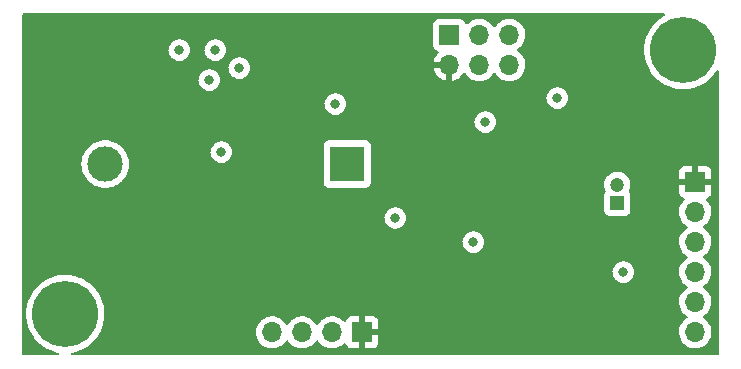
<source format=gbr>
%TF.GenerationSoftware,KiCad,Pcbnew,(6.0.1)*%
%TF.CreationDate,2022-03-15T19:27:33-04:00*%
%TF.ProjectId,Main-Board,4d61696e-2d42-46f6-9172-642e6b696361,rev?*%
%TF.SameCoordinates,Original*%
%TF.FileFunction,Copper,L2,Inr*%
%TF.FilePolarity,Positive*%
%FSLAX46Y46*%
G04 Gerber Fmt 4.6, Leading zero omitted, Abs format (unit mm)*
G04 Created by KiCad (PCBNEW (6.0.1)) date 2022-03-15 19:27:33*
%MOMM*%
%LPD*%
G01*
G04 APERTURE LIST*
%TA.AperFunction,ComponentPad*%
%ADD10R,1.700000X1.700000*%
%TD*%
%TA.AperFunction,ComponentPad*%
%ADD11O,1.700000X1.700000*%
%TD*%
%TA.AperFunction,ComponentPad*%
%ADD12C,5.600000*%
%TD*%
%TA.AperFunction,ComponentPad*%
%ADD13R,3.000000X3.000000*%
%TD*%
%TA.AperFunction,ComponentPad*%
%ADD14C,3.000000*%
%TD*%
%TA.AperFunction,ComponentPad*%
%ADD15R,1.200000X1.200000*%
%TD*%
%TA.AperFunction,ComponentPad*%
%ADD16C,1.200000*%
%TD*%
%TA.AperFunction,ViaPad*%
%ADD17C,0.800000*%
%TD*%
G04 APERTURE END LIST*
D10*
%TO.N,+3V3*%
%TO.C,J1*%
X157480000Y-114808000D03*
D11*
%TO.N,/MISO*%
X157480000Y-117348000D03*
%TO.N,/MOSI*%
X157480000Y-119888000D03*
%TO.N,/SCK*%
X157480000Y-122428000D03*
%TO.N,/~{SS}*%
X157480000Y-124968000D03*
%TO.N,GND*%
X157480000Y-127508000D03*
%TD*%
D12*
%TO.N,GND*%
%TO.C,REF\u002A\u002A*%
X104140000Y-125984000D03*
%TD*%
%TO.N,GND*%
%TO.C,REF\u002A\u002A*%
X156464000Y-103632000D03*
%TD*%
D10*
%TO.N,Net-(J2-Pad1)*%
%TO.C,J2*%
X136652000Y-102357000D03*
D11*
%TO.N,+3V3*%
X136652000Y-104897000D03*
%TO.N,unconnected-(J2-Pad3)*%
X139192000Y-102357000D03*
%TO.N,unconnected-(J2-Pad4)*%
X139192000Y-104897000D03*
%TO.N,unconnected-(J2-Pad5)*%
X141732000Y-102357000D03*
%TO.N,GND*%
X141732000Y-104897000D03*
%TD*%
D13*
%TO.N,Net-(BT1-Pad1)*%
%TO.C,BT1*%
X128016000Y-113284000D03*
D14*
%TO.N,GND*%
X107526000Y-113284000D03*
%TD*%
D15*
%TO.N,+1V8*%
%TO.C,C7*%
X150876000Y-116546600D03*
D16*
%TO.N,GND*%
X150876000Y-115046600D03*
%TD*%
D10*
%TO.N,+3V3*%
%TO.C,J3*%
X129276000Y-127533000D03*
D11*
%TO.N,/SDA*%
X126736000Y-127533000D03*
%TO.N,/SCL*%
X124196000Y-127533000D03*
%TO.N,GND*%
X121656000Y-127533000D03*
%TD*%
D17*
%TO.N,GND*%
X127000000Y-108204000D03*
X145796000Y-107696000D03*
X151384000Y-122428000D03*
X132080000Y-117856000D03*
X138684000Y-119888000D03*
X139700000Y-109728000D03*
%TO.N,+3V3*%
X135128000Y-122936000D03*
X113284000Y-125476000D03*
X127000000Y-109728000D03*
X140716000Y-108712000D03*
X146308299Y-121416299D03*
%TO.N,/MISO*%
X118872000Y-105156000D03*
%TO.N,/MOSI*%
X116332000Y-106172000D03*
%TO.N,/SCK*%
X116840000Y-103632000D03*
%TO.N,/~{SS}*%
X113792000Y-103632000D03*
%TO.N,Current Sense*%
X117348000Y-112268000D03*
%TD*%
%TA.AperFunction,Conductor*%
%TO.N,+3V3*%
G36*
X154853519Y-100528002D02*
G01*
X154900012Y-100581658D01*
X154910116Y-100651932D01*
X154880622Y-100716512D01*
X154850104Y-100742116D01*
X154611193Y-100885101D01*
X154608467Y-100887163D01*
X154608465Y-100887164D01*
X154459410Y-100999894D01*
X154325367Y-101101270D01*
X154322882Y-101103612D01*
X154322877Y-101103616D01*
X154286010Y-101138358D01*
X154064559Y-101347043D01*
X154062347Y-101349633D01*
X154062345Y-101349635D01*
X154028481Y-101389285D01*
X153831819Y-101619546D01*
X153829900Y-101622358D01*
X153829897Y-101622363D01*
X153808279Y-101654054D01*
X153629871Y-101915591D01*
X153461077Y-102231714D01*
X153327411Y-102564218D01*
X153326491Y-102567492D01*
X153326489Y-102567497D01*
X153243300Y-102863453D01*
X153230437Y-102909213D01*
X153229875Y-102912570D01*
X153229875Y-102912571D01*
X153214471Y-103004625D01*
X153171290Y-103262663D01*
X153150661Y-103620434D01*
X153168792Y-103978340D01*
X153169329Y-103981695D01*
X153169330Y-103981701D01*
X153198406Y-104163226D01*
X153225470Y-104332195D01*
X153320033Y-104677859D01*
X153451374Y-105011288D01*
X153452957Y-105014303D01*
X153607821Y-105309275D01*
X153617957Y-105328582D01*
X153619858Y-105331411D01*
X153619864Y-105331421D01*
X153771352Y-105556857D01*
X153817834Y-105626029D01*
X154048665Y-105900150D01*
X154307751Y-106147738D01*
X154592061Y-106365897D01*
X154624056Y-106385350D01*
X154895355Y-106550303D01*
X154895360Y-106550306D01*
X154898270Y-106552075D01*
X154901358Y-106553521D01*
X154901357Y-106553521D01*
X155219710Y-106702649D01*
X155219720Y-106702653D01*
X155222794Y-106704093D01*
X155226012Y-106705195D01*
X155226015Y-106705196D01*
X155558615Y-106819071D01*
X155558623Y-106819073D01*
X155561838Y-106820174D01*
X155911435Y-106898959D01*
X155963421Y-106904882D01*
X156264114Y-106939142D01*
X156264122Y-106939142D01*
X156267497Y-106939527D01*
X156270901Y-106939545D01*
X156270904Y-106939545D01*
X156465227Y-106940562D01*
X156625857Y-106941403D01*
X156629243Y-106941053D01*
X156629245Y-106941053D01*
X156978932Y-106904917D01*
X156978941Y-106904916D01*
X156982324Y-106904566D01*
X156985657Y-106903852D01*
X156985660Y-106903851D01*
X157214699Y-106854749D01*
X157332727Y-106829446D01*
X157672968Y-106716922D01*
X157999066Y-106568311D01*
X158093052Y-106512506D01*
X158304262Y-106387099D01*
X158304267Y-106387096D01*
X158307207Y-106385350D01*
X158593786Y-106170180D01*
X158855451Y-105925319D01*
X159089140Y-105653630D01*
X159262160Y-105401884D01*
X159317228Y-105357073D01*
X159387781Y-105349148D01*
X159451419Y-105380625D01*
X159487936Y-105441510D01*
X159492000Y-105473251D01*
X159492000Y-129366000D01*
X159471998Y-129434121D01*
X159418342Y-129480614D01*
X159366000Y-129492000D01*
X104748953Y-129492000D01*
X104680832Y-129471998D01*
X104634339Y-129418342D01*
X104624235Y-129348068D01*
X104653729Y-129283488D01*
X104713455Y-129245104D01*
X104722541Y-129242799D01*
X105008727Y-129181446D01*
X105348968Y-129068922D01*
X105675066Y-128920311D01*
X105806906Y-128842030D01*
X105980262Y-128739099D01*
X105980267Y-128739096D01*
X105983207Y-128737350D01*
X105986696Y-128734731D01*
X106205391Y-128570529D01*
X106269786Y-128522180D01*
X106531451Y-128277319D01*
X106765140Y-128005630D01*
X106902950Y-127805115D01*
X106966190Y-127713101D01*
X106966195Y-127713094D01*
X106968120Y-127710292D01*
X106969732Y-127707298D01*
X106969737Y-127707290D01*
X107081515Y-127499695D01*
X120293251Y-127499695D01*
X120293548Y-127504848D01*
X120293548Y-127504851D01*
X120304960Y-127702767D01*
X120306110Y-127722715D01*
X120307247Y-127727761D01*
X120307248Y-127727767D01*
X120321485Y-127790939D01*
X120355222Y-127940639D01*
X120439266Y-128147616D01*
X120477542Y-128210077D01*
X120553291Y-128333688D01*
X120555987Y-128338088D01*
X120702250Y-128506938D01*
X120874126Y-128649632D01*
X121067000Y-128762338D01*
X121071825Y-128764180D01*
X121071826Y-128764181D01*
X121144612Y-128791975D01*
X121275692Y-128842030D01*
X121280760Y-128843061D01*
X121280763Y-128843062D01*
X121388017Y-128864883D01*
X121494597Y-128886567D01*
X121499772Y-128886757D01*
X121499774Y-128886757D01*
X121712673Y-128894564D01*
X121712677Y-128894564D01*
X121717837Y-128894753D01*
X121722957Y-128894097D01*
X121722959Y-128894097D01*
X121934288Y-128867025D01*
X121934289Y-128867025D01*
X121939416Y-128866368D01*
X121954785Y-128861757D01*
X122148429Y-128803661D01*
X122148434Y-128803659D01*
X122153384Y-128802174D01*
X122353994Y-128703896D01*
X122535860Y-128574173D01*
X122694096Y-128416489D01*
X122753594Y-128333689D01*
X122824453Y-128235077D01*
X122825776Y-128236028D01*
X122872645Y-128192857D01*
X122942580Y-128180625D01*
X123008026Y-128208144D01*
X123035875Y-128239994D01*
X123095987Y-128338088D01*
X123242250Y-128506938D01*
X123414126Y-128649632D01*
X123607000Y-128762338D01*
X123611825Y-128764180D01*
X123611826Y-128764181D01*
X123684612Y-128791975D01*
X123815692Y-128842030D01*
X123820760Y-128843061D01*
X123820763Y-128843062D01*
X123928017Y-128864883D01*
X124034597Y-128886567D01*
X124039772Y-128886757D01*
X124039774Y-128886757D01*
X124252673Y-128894564D01*
X124252677Y-128894564D01*
X124257837Y-128894753D01*
X124262957Y-128894097D01*
X124262959Y-128894097D01*
X124474288Y-128867025D01*
X124474289Y-128867025D01*
X124479416Y-128866368D01*
X124494785Y-128861757D01*
X124688429Y-128803661D01*
X124688434Y-128803659D01*
X124693384Y-128802174D01*
X124893994Y-128703896D01*
X125075860Y-128574173D01*
X125234096Y-128416489D01*
X125293594Y-128333689D01*
X125364453Y-128235077D01*
X125365776Y-128236028D01*
X125412645Y-128192857D01*
X125482580Y-128180625D01*
X125548026Y-128208144D01*
X125575875Y-128239994D01*
X125635987Y-128338088D01*
X125782250Y-128506938D01*
X125954126Y-128649632D01*
X126147000Y-128762338D01*
X126151825Y-128764180D01*
X126151826Y-128764181D01*
X126224612Y-128791975D01*
X126355692Y-128842030D01*
X126360760Y-128843061D01*
X126360763Y-128843062D01*
X126468017Y-128864883D01*
X126574597Y-128886567D01*
X126579772Y-128886757D01*
X126579774Y-128886757D01*
X126792673Y-128894564D01*
X126792677Y-128894564D01*
X126797837Y-128894753D01*
X126802957Y-128894097D01*
X126802959Y-128894097D01*
X127014288Y-128867025D01*
X127014289Y-128867025D01*
X127019416Y-128866368D01*
X127034785Y-128861757D01*
X127228429Y-128803661D01*
X127228434Y-128803659D01*
X127233384Y-128802174D01*
X127433994Y-128703896D01*
X127615860Y-128574173D01*
X127683331Y-128506938D01*
X127724479Y-128465933D01*
X127786851Y-128432017D01*
X127857658Y-128437205D01*
X127914419Y-128479851D01*
X127931401Y-128510954D01*
X127972676Y-128621054D01*
X127981214Y-128636649D01*
X128057715Y-128738724D01*
X128070276Y-128751285D01*
X128172351Y-128827786D01*
X128187946Y-128836324D01*
X128308394Y-128881478D01*
X128323649Y-128885105D01*
X128374514Y-128890631D01*
X128381328Y-128891000D01*
X129003885Y-128891000D01*
X129019124Y-128886525D01*
X129020329Y-128885135D01*
X129022000Y-128877452D01*
X129022000Y-128872884D01*
X129530000Y-128872884D01*
X129534475Y-128888123D01*
X129535865Y-128889328D01*
X129543548Y-128890999D01*
X130170669Y-128890999D01*
X130177490Y-128890629D01*
X130228352Y-128885105D01*
X130243604Y-128881479D01*
X130364054Y-128836324D01*
X130379649Y-128827786D01*
X130481724Y-128751285D01*
X130494285Y-128738724D01*
X130570786Y-128636649D01*
X130579324Y-128621054D01*
X130624478Y-128500606D01*
X130628105Y-128485351D01*
X130633631Y-128434486D01*
X130634000Y-128427672D01*
X130634000Y-127805115D01*
X130629525Y-127789876D01*
X130628135Y-127788671D01*
X130620452Y-127787000D01*
X129548115Y-127787000D01*
X129532876Y-127791475D01*
X129531671Y-127792865D01*
X129530000Y-127800548D01*
X129530000Y-128872884D01*
X129022000Y-128872884D01*
X129022000Y-127474695D01*
X156117251Y-127474695D01*
X156117548Y-127479848D01*
X156117548Y-127479851D01*
X156123011Y-127574590D01*
X156130110Y-127697715D01*
X156131247Y-127702761D01*
X156131248Y-127702767D01*
X156150608Y-127788671D01*
X156179222Y-127915639D01*
X156263266Y-128122616D01*
X156379987Y-128313088D01*
X156526250Y-128481938D01*
X156698126Y-128624632D01*
X156891000Y-128737338D01*
X157099692Y-128817030D01*
X157104760Y-128818061D01*
X157104763Y-128818062D01*
X157194524Y-128836324D01*
X157318597Y-128861567D01*
X157323772Y-128861757D01*
X157323774Y-128861757D01*
X157536673Y-128869564D01*
X157536677Y-128869564D01*
X157541837Y-128869753D01*
X157546957Y-128869097D01*
X157546959Y-128869097D01*
X157758288Y-128842025D01*
X157758289Y-128842025D01*
X157763416Y-128841368D01*
X157768366Y-128839883D01*
X157972429Y-128778661D01*
X157972434Y-128778659D01*
X157977384Y-128777174D01*
X158177994Y-128678896D01*
X158359860Y-128549173D01*
X158384897Y-128524224D01*
X158514435Y-128395137D01*
X158518096Y-128391489D01*
X158553665Y-128341990D01*
X158645435Y-128214277D01*
X158648453Y-128210077D01*
X158677147Y-128152020D01*
X158745136Y-128014453D01*
X158745137Y-128014451D01*
X158747430Y-128009811D01*
X158779900Y-127902940D01*
X158810865Y-127801023D01*
X158810865Y-127801021D01*
X158812370Y-127796069D01*
X158841529Y-127574590D01*
X158843156Y-127508000D01*
X158824852Y-127285361D01*
X158770431Y-127068702D01*
X158681354Y-126863840D01*
X158578995Y-126705617D01*
X158562822Y-126680617D01*
X158562820Y-126680614D01*
X158560014Y-126676277D01*
X158409670Y-126511051D01*
X158405619Y-126507852D01*
X158405615Y-126507848D01*
X158238414Y-126375800D01*
X158238410Y-126375798D01*
X158234359Y-126372598D01*
X158193053Y-126349796D01*
X158143084Y-126299364D01*
X158128312Y-126229921D01*
X158153428Y-126163516D01*
X158180780Y-126136909D01*
X158224603Y-126105650D01*
X158359860Y-126009173D01*
X158363721Y-126005326D01*
X158514435Y-125855137D01*
X158518096Y-125851489D01*
X158577594Y-125768689D01*
X158645435Y-125674277D01*
X158648453Y-125670077D01*
X158670159Y-125626159D01*
X158745136Y-125474453D01*
X158745137Y-125474451D01*
X158747430Y-125469811D01*
X158812370Y-125256069D01*
X158841529Y-125034590D01*
X158843156Y-124968000D01*
X158824852Y-124745361D01*
X158770431Y-124528702D01*
X158681354Y-124323840D01*
X158560014Y-124136277D01*
X158409670Y-123971051D01*
X158405619Y-123967852D01*
X158405615Y-123967848D01*
X158238414Y-123835800D01*
X158238410Y-123835798D01*
X158234359Y-123832598D01*
X158193053Y-123809796D01*
X158143084Y-123759364D01*
X158128312Y-123689921D01*
X158153428Y-123623516D01*
X158180780Y-123596909D01*
X158224603Y-123565650D01*
X158359860Y-123469173D01*
X158365964Y-123463091D01*
X158514435Y-123315137D01*
X158518096Y-123311489D01*
X158527670Y-123298166D01*
X158645435Y-123134277D01*
X158648453Y-123130077D01*
X158658006Y-123110749D01*
X158745136Y-122934453D01*
X158745137Y-122934451D01*
X158747430Y-122929811D01*
X158812370Y-122716069D01*
X158841529Y-122494590D01*
X158843156Y-122428000D01*
X158824852Y-122205361D01*
X158770431Y-121988702D01*
X158681354Y-121783840D01*
X158641906Y-121722862D01*
X158562822Y-121600617D01*
X158562820Y-121600614D01*
X158560014Y-121596277D01*
X158409670Y-121431051D01*
X158405619Y-121427852D01*
X158405615Y-121427848D01*
X158238414Y-121295800D01*
X158238410Y-121295798D01*
X158234359Y-121292598D01*
X158193053Y-121269796D01*
X158143084Y-121219364D01*
X158128312Y-121149921D01*
X158153428Y-121083516D01*
X158180780Y-121056909D01*
X158224603Y-121025650D01*
X158359860Y-120929173D01*
X158518096Y-120771489D01*
X158527670Y-120758166D01*
X158645435Y-120594277D01*
X158648453Y-120590077D01*
X158658006Y-120570749D01*
X158745136Y-120394453D01*
X158745137Y-120394451D01*
X158747430Y-120389811D01*
X158812370Y-120176069D01*
X158841529Y-119954590D01*
X158843156Y-119888000D01*
X158824852Y-119665361D01*
X158770431Y-119448702D01*
X158681354Y-119243840D01*
X158641906Y-119182862D01*
X158562822Y-119060617D01*
X158562820Y-119060614D01*
X158560014Y-119056277D01*
X158409670Y-118891051D01*
X158405619Y-118887852D01*
X158405615Y-118887848D01*
X158238414Y-118755800D01*
X158238410Y-118755798D01*
X158234359Y-118752598D01*
X158193053Y-118729796D01*
X158143084Y-118679364D01*
X158128312Y-118609921D01*
X158153428Y-118543516D01*
X158180780Y-118516909D01*
X158224603Y-118485650D01*
X158359860Y-118389173D01*
X158518096Y-118231489D01*
X158577594Y-118148689D01*
X158645435Y-118054277D01*
X158648453Y-118050077D01*
X158747430Y-117849811D01*
X158812370Y-117636069D01*
X158841529Y-117414590D01*
X158841611Y-117411240D01*
X158843074Y-117351365D01*
X158843074Y-117351361D01*
X158843156Y-117348000D01*
X158824852Y-117125361D01*
X158770431Y-116908702D01*
X158681354Y-116703840D01*
X158560014Y-116516277D01*
X158556540Y-116512459D01*
X158556533Y-116512450D01*
X158412435Y-116354088D01*
X158381383Y-116290242D01*
X158389779Y-116219744D01*
X158434956Y-116164976D01*
X158461400Y-116151307D01*
X158568052Y-116111325D01*
X158583649Y-116102786D01*
X158685724Y-116026285D01*
X158698285Y-116013724D01*
X158774786Y-115911649D01*
X158783324Y-115896054D01*
X158828478Y-115775606D01*
X158832105Y-115760351D01*
X158837631Y-115709486D01*
X158838000Y-115702672D01*
X158838000Y-115080115D01*
X158833525Y-115064876D01*
X158832135Y-115063671D01*
X158824452Y-115062000D01*
X156140116Y-115062000D01*
X156124877Y-115066475D01*
X156123672Y-115067865D01*
X156122001Y-115075548D01*
X156122001Y-115702669D01*
X156122371Y-115709490D01*
X156127895Y-115760352D01*
X156131521Y-115775604D01*
X156176676Y-115896054D01*
X156185214Y-115911649D01*
X156261715Y-116013724D01*
X156274276Y-116026285D01*
X156376351Y-116102786D01*
X156391946Y-116111324D01*
X156500827Y-116152142D01*
X156557591Y-116194784D01*
X156582291Y-116261345D01*
X156567083Y-116330694D01*
X156547691Y-116357175D01*
X156424200Y-116486401D01*
X156420629Y-116490138D01*
X156294743Y-116674680D01*
X156200688Y-116877305D01*
X156140989Y-117092570D01*
X156117251Y-117314695D01*
X156117548Y-117319848D01*
X156117548Y-117319851D01*
X156123011Y-117414590D01*
X156130110Y-117537715D01*
X156131247Y-117542761D01*
X156131248Y-117542767D01*
X156142305Y-117591829D01*
X156179222Y-117755639D01*
X156263266Y-117962616D01*
X156379987Y-118153088D01*
X156526250Y-118321938D01*
X156698126Y-118464632D01*
X156768595Y-118505811D01*
X156771445Y-118507476D01*
X156820169Y-118559114D01*
X156833240Y-118628897D01*
X156806509Y-118694669D01*
X156766055Y-118728027D01*
X156753607Y-118734507D01*
X156749474Y-118737610D01*
X156749471Y-118737612D01*
X156725247Y-118755800D01*
X156574965Y-118868635D01*
X156420629Y-119030138D01*
X156294743Y-119214680D01*
X156200688Y-119417305D01*
X156140989Y-119632570D01*
X156117251Y-119854695D01*
X156117548Y-119859848D01*
X156117548Y-119859851D01*
X156123011Y-119954590D01*
X156130110Y-120077715D01*
X156131247Y-120082761D01*
X156131248Y-120082767D01*
X156151119Y-120170939D01*
X156179222Y-120295639D01*
X156263266Y-120502616D01*
X156265965Y-120507020D01*
X156373072Y-120681803D01*
X156379987Y-120693088D01*
X156526250Y-120861938D01*
X156698126Y-121004632D01*
X156768595Y-121045811D01*
X156771445Y-121047476D01*
X156820169Y-121099114D01*
X156833240Y-121168897D01*
X156806509Y-121234669D01*
X156766055Y-121268027D01*
X156753607Y-121274507D01*
X156749474Y-121277610D01*
X156749471Y-121277612D01*
X156725247Y-121295800D01*
X156574965Y-121408635D01*
X156420629Y-121570138D01*
X156294743Y-121754680D01*
X156200688Y-121957305D01*
X156140989Y-122172570D01*
X156117251Y-122394695D01*
X156117548Y-122399848D01*
X156117548Y-122399851D01*
X156123011Y-122494590D01*
X156130110Y-122617715D01*
X156131247Y-122622761D01*
X156131248Y-122622767D01*
X156143061Y-122675182D01*
X156179222Y-122835639D01*
X156263266Y-123042616D01*
X156272107Y-123057043D01*
X156373072Y-123221803D01*
X156379987Y-123233088D01*
X156526250Y-123401938D01*
X156698126Y-123544632D01*
X156768595Y-123585811D01*
X156771445Y-123587476D01*
X156820169Y-123639114D01*
X156833240Y-123708897D01*
X156806509Y-123774669D01*
X156766055Y-123808027D01*
X156753607Y-123814507D01*
X156749474Y-123817610D01*
X156749471Y-123817612D01*
X156725247Y-123835800D01*
X156574965Y-123948635D01*
X156420629Y-124110138D01*
X156294743Y-124294680D01*
X156200688Y-124497305D01*
X156140989Y-124712570D01*
X156117251Y-124934695D01*
X156117548Y-124939848D01*
X156117548Y-124939851D01*
X156123011Y-125034590D01*
X156130110Y-125157715D01*
X156131247Y-125162761D01*
X156131248Y-125162767D01*
X156151119Y-125250939D01*
X156179222Y-125375639D01*
X156263266Y-125582616D01*
X156379987Y-125773088D01*
X156526250Y-125941938D01*
X156698126Y-126084632D01*
X156768595Y-126125811D01*
X156771445Y-126127476D01*
X156820169Y-126179114D01*
X156833240Y-126248897D01*
X156806509Y-126314669D01*
X156766055Y-126348027D01*
X156753607Y-126354507D01*
X156749474Y-126357610D01*
X156749471Y-126357612D01*
X156633153Y-126444946D01*
X156574965Y-126488635D01*
X156549894Y-126514870D01*
X156447922Y-126621578D01*
X156420629Y-126650138D01*
X156417715Y-126654410D01*
X156417714Y-126654411D01*
X156332556Y-126779249D01*
X156294743Y-126834680D01*
X156200688Y-127037305D01*
X156140989Y-127252570D01*
X156117251Y-127474695D01*
X129022000Y-127474695D01*
X129022000Y-127260885D01*
X129530000Y-127260885D01*
X129534475Y-127276124D01*
X129535865Y-127277329D01*
X129543548Y-127279000D01*
X130615884Y-127279000D01*
X130631123Y-127274525D01*
X130632328Y-127273135D01*
X130633999Y-127265452D01*
X130633999Y-126638331D01*
X130633629Y-126631510D01*
X130628105Y-126580648D01*
X130624479Y-126565396D01*
X130579324Y-126444946D01*
X130570786Y-126429351D01*
X130494285Y-126327276D01*
X130481724Y-126314715D01*
X130379649Y-126238214D01*
X130364054Y-126229676D01*
X130243606Y-126184522D01*
X130228351Y-126180895D01*
X130177486Y-126175369D01*
X130170672Y-126175000D01*
X129548115Y-126175000D01*
X129532876Y-126179475D01*
X129531671Y-126180865D01*
X129530000Y-126188548D01*
X129530000Y-127260885D01*
X129022000Y-127260885D01*
X129022000Y-126193116D01*
X129017525Y-126177877D01*
X129016135Y-126176672D01*
X129008452Y-126175001D01*
X128381331Y-126175001D01*
X128374510Y-126175371D01*
X128323648Y-126180895D01*
X128308396Y-126184521D01*
X128187946Y-126229676D01*
X128172351Y-126238214D01*
X128070276Y-126314715D01*
X128057715Y-126327276D01*
X127981214Y-126429351D01*
X127972676Y-126444946D01*
X127931297Y-126555322D01*
X127888655Y-126612087D01*
X127822093Y-126636786D01*
X127752744Y-126621578D01*
X127720121Y-126595891D01*
X127669151Y-126539876D01*
X127669145Y-126539870D01*
X127665670Y-126536051D01*
X127661619Y-126532852D01*
X127661615Y-126532848D01*
X127494414Y-126400800D01*
X127494410Y-126400798D01*
X127490359Y-126397598D01*
X127294789Y-126289638D01*
X127289920Y-126287914D01*
X127289916Y-126287912D01*
X127089087Y-126216795D01*
X127089083Y-126216794D01*
X127084212Y-126215069D01*
X127079119Y-126214162D01*
X127079116Y-126214161D01*
X126869373Y-126176800D01*
X126869367Y-126176799D01*
X126864284Y-126175894D01*
X126790452Y-126174992D01*
X126646081Y-126173228D01*
X126646079Y-126173228D01*
X126640911Y-126173165D01*
X126420091Y-126206955D01*
X126207756Y-126276357D01*
X126177443Y-126292137D01*
X126031376Y-126368175D01*
X126009607Y-126379507D01*
X126005474Y-126382610D01*
X126005471Y-126382612D01*
X125835100Y-126510530D01*
X125830965Y-126513635D01*
X125791128Y-126555322D01*
X125700520Y-126650138D01*
X125676629Y-126675138D01*
X125569201Y-126832621D01*
X125514293Y-126877621D01*
X125443768Y-126885792D01*
X125380021Y-126854538D01*
X125359324Y-126830054D01*
X125278822Y-126705617D01*
X125278820Y-126705614D01*
X125276014Y-126701277D01*
X125125670Y-126536051D01*
X125121619Y-126532852D01*
X125121615Y-126532848D01*
X124954414Y-126400800D01*
X124954410Y-126400798D01*
X124950359Y-126397598D01*
X124754789Y-126289638D01*
X124749920Y-126287914D01*
X124749916Y-126287912D01*
X124549087Y-126216795D01*
X124549083Y-126216794D01*
X124544212Y-126215069D01*
X124539119Y-126214162D01*
X124539116Y-126214161D01*
X124329373Y-126176800D01*
X124329367Y-126176799D01*
X124324284Y-126175894D01*
X124250452Y-126174992D01*
X124106081Y-126173228D01*
X124106079Y-126173228D01*
X124100911Y-126173165D01*
X123880091Y-126206955D01*
X123667756Y-126276357D01*
X123637443Y-126292137D01*
X123491376Y-126368175D01*
X123469607Y-126379507D01*
X123465474Y-126382610D01*
X123465471Y-126382612D01*
X123295100Y-126510530D01*
X123290965Y-126513635D01*
X123251128Y-126555322D01*
X123160520Y-126650138D01*
X123136629Y-126675138D01*
X123029201Y-126832621D01*
X122974293Y-126877621D01*
X122903768Y-126885792D01*
X122840021Y-126854538D01*
X122819324Y-126830054D01*
X122738822Y-126705617D01*
X122738820Y-126705614D01*
X122736014Y-126701277D01*
X122585670Y-126536051D01*
X122581619Y-126532852D01*
X122581615Y-126532848D01*
X122414414Y-126400800D01*
X122414410Y-126400798D01*
X122410359Y-126397598D01*
X122214789Y-126289638D01*
X122209920Y-126287914D01*
X122209916Y-126287912D01*
X122009087Y-126216795D01*
X122009083Y-126216794D01*
X122004212Y-126215069D01*
X121999119Y-126214162D01*
X121999116Y-126214161D01*
X121789373Y-126176800D01*
X121789367Y-126176799D01*
X121784284Y-126175894D01*
X121710452Y-126174992D01*
X121566081Y-126173228D01*
X121566079Y-126173228D01*
X121560911Y-126173165D01*
X121340091Y-126206955D01*
X121127756Y-126276357D01*
X121097443Y-126292137D01*
X120951376Y-126368175D01*
X120929607Y-126379507D01*
X120925474Y-126382610D01*
X120925471Y-126382612D01*
X120755100Y-126510530D01*
X120750965Y-126513635D01*
X120711128Y-126555322D01*
X120620520Y-126650138D01*
X120596629Y-126675138D01*
X120470743Y-126859680D01*
X120423715Y-126960993D01*
X120388293Y-127037305D01*
X120376688Y-127062305D01*
X120316989Y-127277570D01*
X120293251Y-127499695D01*
X107081515Y-127499695D01*
X107136395Y-127397772D01*
X107138017Y-127394760D01*
X107272842Y-127062724D01*
X107283142Y-127026568D01*
X107303527Y-126955006D01*
X107371020Y-126718070D01*
X107373149Y-126705617D01*
X107430829Y-126368175D01*
X107430829Y-126368173D01*
X107431401Y-126364828D01*
X107431843Y-126357612D01*
X107453168Y-126008928D01*
X107453278Y-126007131D01*
X107453359Y-125984000D01*
X107433979Y-125626159D01*
X107376066Y-125272505D01*
X107280297Y-124927173D01*
X107277243Y-124919497D01*
X107149052Y-124597369D01*
X107147793Y-124594205D01*
X107002340Y-124319492D01*
X106981702Y-124280513D01*
X106981698Y-124280506D01*
X106980103Y-124277494D01*
X106779190Y-123980746D01*
X106547403Y-123707432D01*
X106287454Y-123460750D01*
X106002384Y-123243585D01*
X105999472Y-123241828D01*
X105999467Y-123241825D01*
X105698443Y-123060236D01*
X105698437Y-123060233D01*
X105695528Y-123058478D01*
X105428340Y-122934453D01*
X105373571Y-122909030D01*
X105373569Y-122909029D01*
X105370475Y-122907593D01*
X105157895Y-122835639D01*
X105034255Y-122793789D01*
X105034250Y-122793788D01*
X105031028Y-122792697D01*
X104832681Y-122748724D01*
X104684493Y-122715871D01*
X104684487Y-122715870D01*
X104681158Y-122715132D01*
X104677769Y-122714758D01*
X104677764Y-122714757D01*
X104328338Y-122676180D01*
X104328333Y-122676180D01*
X104324957Y-122675807D01*
X104321558Y-122675801D01*
X104321557Y-122675801D01*
X104152080Y-122675505D01*
X103966592Y-122675182D01*
X103853413Y-122687277D01*
X103613639Y-122712901D01*
X103613631Y-122712902D01*
X103610256Y-122713263D01*
X103260117Y-122789606D01*
X102920271Y-122903317D01*
X102917178Y-122904739D01*
X102917177Y-122904740D01*
X102910974Y-122907593D01*
X102594694Y-123053066D01*
X102591760Y-123054822D01*
X102591758Y-123054823D01*
X102466018Y-123130077D01*
X102287193Y-123237101D01*
X102284467Y-123239163D01*
X102284465Y-123239164D01*
X102188835Y-123311489D01*
X102001367Y-123453270D01*
X101998882Y-123455612D01*
X101998877Y-123455616D01*
X101907923Y-123541327D01*
X101740559Y-123699043D01*
X101507819Y-123971546D01*
X101505900Y-123974358D01*
X101505897Y-123974363D01*
X101415827Y-124106401D01*
X101305871Y-124267591D01*
X101137077Y-124583714D01*
X101003411Y-124916218D01*
X101002491Y-124919492D01*
X101002489Y-124919497D01*
X100909325Y-125250939D01*
X100906437Y-125261213D01*
X100847290Y-125614663D01*
X100826661Y-125972434D01*
X100826833Y-125975829D01*
X100826833Y-125975830D01*
X100839705Y-126229921D01*
X100844792Y-126330340D01*
X100845329Y-126333695D01*
X100845330Y-126333701D01*
X100873737Y-126511051D01*
X100901470Y-126684195D01*
X100996033Y-127029859D01*
X101081799Y-127247588D01*
X101106526Y-127310361D01*
X101127374Y-127363288D01*
X101158151Y-127421909D01*
X101201589Y-127504646D01*
X101293957Y-127680582D01*
X101295858Y-127683411D01*
X101295864Y-127683421D01*
X101465320Y-127935596D01*
X101493834Y-127978029D01*
X101724665Y-128252150D01*
X101983751Y-128499738D01*
X102268061Y-128717897D01*
X102302932Y-128739099D01*
X102571355Y-128902303D01*
X102571360Y-128902306D01*
X102574270Y-128904075D01*
X102577358Y-128905521D01*
X102577357Y-128905521D01*
X102895710Y-129054649D01*
X102895720Y-129054653D01*
X102898794Y-129056093D01*
X102902012Y-129057195D01*
X102902015Y-129057196D01*
X103234615Y-129171071D01*
X103234623Y-129171073D01*
X103237838Y-129172174D01*
X103241166Y-129172924D01*
X103552486Y-129243083D01*
X103614542Y-129277571D01*
X103648102Y-129340136D01*
X103642509Y-129410912D01*
X103599540Y-129467428D01*
X103532836Y-129491743D01*
X103524785Y-129492000D01*
X100634000Y-129492000D01*
X100565879Y-129471998D01*
X100519386Y-129418342D01*
X100508000Y-129366000D01*
X100508000Y-122428000D01*
X150470496Y-122428000D01*
X150471186Y-122434565D01*
X150477844Y-122497908D01*
X150490458Y-122617928D01*
X150549473Y-122799556D01*
X150552776Y-122805278D01*
X150552777Y-122805279D01*
X150573069Y-122840425D01*
X150644960Y-122964944D01*
X150649378Y-122969851D01*
X150649379Y-122969852D01*
X150724305Y-123053066D01*
X150772747Y-123106866D01*
X150927248Y-123219118D01*
X150933276Y-123221802D01*
X150933278Y-123221803D01*
X150986833Y-123245647D01*
X151101712Y-123296794D01*
X151188009Y-123315137D01*
X151282056Y-123335128D01*
X151282061Y-123335128D01*
X151288513Y-123336500D01*
X151479487Y-123336500D01*
X151485939Y-123335128D01*
X151485944Y-123335128D01*
X151579991Y-123315137D01*
X151666288Y-123296794D01*
X151781167Y-123245647D01*
X151834722Y-123221803D01*
X151834724Y-123221802D01*
X151840752Y-123219118D01*
X151995253Y-123106866D01*
X152043695Y-123053066D01*
X152118621Y-122969852D01*
X152118622Y-122969851D01*
X152123040Y-122964944D01*
X152194931Y-122840425D01*
X152215223Y-122805279D01*
X152215224Y-122805278D01*
X152218527Y-122799556D01*
X152277542Y-122617928D01*
X152290157Y-122497908D01*
X152296814Y-122434565D01*
X152297504Y-122428000D01*
X152277542Y-122238072D01*
X152218527Y-122056444D01*
X152123040Y-121891056D01*
X152026503Y-121783840D01*
X151999675Y-121754045D01*
X151999674Y-121754044D01*
X151995253Y-121749134D01*
X151840752Y-121636882D01*
X151834724Y-121634198D01*
X151834722Y-121634197D01*
X151672319Y-121561891D01*
X151672318Y-121561891D01*
X151666288Y-121559206D01*
X151572887Y-121539353D01*
X151485944Y-121520872D01*
X151485939Y-121520872D01*
X151479487Y-121519500D01*
X151288513Y-121519500D01*
X151282061Y-121520872D01*
X151282056Y-121520872D01*
X151195113Y-121539353D01*
X151101712Y-121559206D01*
X151095682Y-121561891D01*
X151095681Y-121561891D01*
X150933278Y-121634197D01*
X150933276Y-121634198D01*
X150927248Y-121636882D01*
X150772747Y-121749134D01*
X150768326Y-121754044D01*
X150768325Y-121754045D01*
X150741498Y-121783840D01*
X150644960Y-121891056D01*
X150549473Y-122056444D01*
X150490458Y-122238072D01*
X150470496Y-122428000D01*
X100508000Y-122428000D01*
X100508000Y-119888000D01*
X137770496Y-119888000D01*
X137771186Y-119894565D01*
X137777844Y-119957908D01*
X137790458Y-120077928D01*
X137849473Y-120259556D01*
X137852776Y-120265278D01*
X137852777Y-120265279D01*
X137873069Y-120300425D01*
X137944960Y-120424944D01*
X138072747Y-120566866D01*
X138227248Y-120679118D01*
X138233276Y-120681802D01*
X138233278Y-120681803D01*
X138258625Y-120693088D01*
X138401712Y-120756794D01*
X138488009Y-120775137D01*
X138582056Y-120795128D01*
X138582061Y-120795128D01*
X138588513Y-120796500D01*
X138779487Y-120796500D01*
X138785939Y-120795128D01*
X138785944Y-120795128D01*
X138879991Y-120775137D01*
X138966288Y-120756794D01*
X139109375Y-120693088D01*
X139134722Y-120681803D01*
X139134724Y-120681802D01*
X139140752Y-120679118D01*
X139295253Y-120566866D01*
X139423040Y-120424944D01*
X139494931Y-120300425D01*
X139515223Y-120265279D01*
X139515224Y-120265278D01*
X139518527Y-120259556D01*
X139577542Y-120077928D01*
X139590157Y-119957908D01*
X139596814Y-119894565D01*
X139597504Y-119888000D01*
X139577542Y-119698072D01*
X139518527Y-119516444D01*
X139423040Y-119351056D01*
X139326503Y-119243840D01*
X139299675Y-119214045D01*
X139299674Y-119214044D01*
X139295253Y-119209134D01*
X139140752Y-119096882D01*
X139134724Y-119094198D01*
X139134722Y-119094197D01*
X138972319Y-119021891D01*
X138972318Y-119021891D01*
X138966288Y-119019206D01*
X138872888Y-118999353D01*
X138785944Y-118980872D01*
X138785939Y-118980872D01*
X138779487Y-118979500D01*
X138588513Y-118979500D01*
X138582061Y-118980872D01*
X138582056Y-118980872D01*
X138495112Y-118999353D01*
X138401712Y-119019206D01*
X138395682Y-119021891D01*
X138395681Y-119021891D01*
X138233278Y-119094197D01*
X138233276Y-119094198D01*
X138227248Y-119096882D01*
X138072747Y-119209134D01*
X138068326Y-119214044D01*
X138068325Y-119214045D01*
X138041498Y-119243840D01*
X137944960Y-119351056D01*
X137849473Y-119516444D01*
X137790458Y-119698072D01*
X137770496Y-119888000D01*
X100508000Y-119888000D01*
X100508000Y-117856000D01*
X131166496Y-117856000D01*
X131167186Y-117862565D01*
X131178165Y-117967020D01*
X131186458Y-118045928D01*
X131245473Y-118227556D01*
X131340960Y-118392944D01*
X131345378Y-118397851D01*
X131345379Y-118397852D01*
X131464325Y-118529955D01*
X131468747Y-118534866D01*
X131623248Y-118647118D01*
X131629276Y-118649802D01*
X131629278Y-118649803D01*
X131791681Y-118722109D01*
X131797712Y-118724794D01*
X131858016Y-118737612D01*
X131978056Y-118763128D01*
X131978061Y-118763128D01*
X131984513Y-118764500D01*
X132175487Y-118764500D01*
X132181939Y-118763128D01*
X132181944Y-118763128D01*
X132301984Y-118737612D01*
X132362288Y-118724794D01*
X132368319Y-118722109D01*
X132530722Y-118649803D01*
X132530724Y-118649802D01*
X132536752Y-118647118D01*
X132691253Y-118534866D01*
X132695675Y-118529955D01*
X132814621Y-118397852D01*
X132814622Y-118397851D01*
X132819040Y-118392944D01*
X132914527Y-118227556D01*
X132973542Y-118045928D01*
X132981836Y-117967020D01*
X132992814Y-117862565D01*
X132993504Y-117856000D01*
X132973542Y-117666072D01*
X132914527Y-117484444D01*
X132819040Y-117319056D01*
X132756016Y-117249060D01*
X132695675Y-117182045D01*
X132695674Y-117182044D01*
X132691253Y-117177134D01*
X132536752Y-117064882D01*
X132530724Y-117062198D01*
X132530722Y-117062197D01*
X132368319Y-116989891D01*
X132368318Y-116989891D01*
X132362288Y-116987206D01*
X132268888Y-116967353D01*
X132181944Y-116948872D01*
X132181939Y-116948872D01*
X132175487Y-116947500D01*
X131984513Y-116947500D01*
X131978061Y-116948872D01*
X131978056Y-116948872D01*
X131891112Y-116967353D01*
X131797712Y-116987206D01*
X131791682Y-116989891D01*
X131791681Y-116989891D01*
X131629278Y-117062197D01*
X131629276Y-117062198D01*
X131623248Y-117064882D01*
X131468747Y-117177134D01*
X131464326Y-117182044D01*
X131464325Y-117182045D01*
X131403985Y-117249060D01*
X131340960Y-117319056D01*
X131245473Y-117484444D01*
X131186458Y-117666072D01*
X131166496Y-117856000D01*
X100508000Y-117856000D01*
X100508000Y-113262918D01*
X105512917Y-113262918D01*
X105528682Y-113536320D01*
X105529507Y-113540525D01*
X105529508Y-113540533D01*
X105540127Y-113594657D01*
X105581405Y-113805053D01*
X105582792Y-113809103D01*
X105582793Y-113809108D01*
X105666874Y-114054688D01*
X105670112Y-114064144D01*
X105713179Y-114149773D01*
X105787616Y-114297775D01*
X105793160Y-114308799D01*
X105795586Y-114312328D01*
X105795589Y-114312334D01*
X105945843Y-114530953D01*
X105948274Y-114534490D01*
X105951161Y-114537663D01*
X105951162Y-114537664D01*
X106046525Y-114642467D01*
X106132582Y-114737043D01*
X106135877Y-114739798D01*
X106135878Y-114739799D01*
X106237628Y-114824875D01*
X106342675Y-114912707D01*
X106346316Y-114914991D01*
X106571024Y-115055951D01*
X106571028Y-115055953D01*
X106574664Y-115058234D01*
X106686072Y-115108537D01*
X106820345Y-115169164D01*
X106820349Y-115169166D01*
X106824257Y-115170930D01*
X106828377Y-115172150D01*
X106828376Y-115172150D01*
X107082723Y-115247491D01*
X107082727Y-115247492D01*
X107086836Y-115248709D01*
X107091070Y-115249357D01*
X107091075Y-115249358D01*
X107353298Y-115289483D01*
X107353300Y-115289483D01*
X107357540Y-115290132D01*
X107496912Y-115292322D01*
X107627071Y-115294367D01*
X107627077Y-115294367D01*
X107631362Y-115294434D01*
X107903235Y-115261534D01*
X108168127Y-115192041D01*
X108172087Y-115190401D01*
X108172092Y-115190399D01*
X108294631Y-115139641D01*
X108421136Y-115087241D01*
X108657582Y-114949073D01*
X108806720Y-114832134D01*
X126007500Y-114832134D01*
X126014255Y-114894316D01*
X126065385Y-115030705D01*
X126152739Y-115147261D01*
X126269295Y-115234615D01*
X126405684Y-115285745D01*
X126467866Y-115292500D01*
X129564134Y-115292500D01*
X129626316Y-115285745D01*
X129762705Y-115234615D01*
X129879261Y-115147261D01*
X129966615Y-115030705D01*
X129971581Y-115017459D01*
X149763132Y-115017459D01*
X149776457Y-115220751D01*
X149826605Y-115418210D01*
X149829024Y-115423457D01*
X149875096Y-115523396D01*
X149885451Y-115593634D01*
X149861496Y-115651712D01*
X149825385Y-115699895D01*
X149774255Y-115836284D01*
X149767500Y-115898466D01*
X149767500Y-117194734D01*
X149774255Y-117256916D01*
X149825385Y-117393305D01*
X149912739Y-117509861D01*
X150029295Y-117597215D01*
X150165684Y-117648345D01*
X150227866Y-117655100D01*
X151524134Y-117655100D01*
X151586316Y-117648345D01*
X151722705Y-117597215D01*
X151839261Y-117509861D01*
X151926615Y-117393305D01*
X151977745Y-117256916D01*
X151984500Y-117194734D01*
X151984500Y-115898466D01*
X151977745Y-115836284D01*
X151926615Y-115699895D01*
X151892280Y-115654082D01*
X151867433Y-115587579D01*
X151883172Y-115516955D01*
X151893004Y-115499399D01*
X151894860Y-115493932D01*
X151894862Y-115493927D01*
X151956634Y-115311952D01*
X151956635Y-115311947D01*
X151958490Y-115306483D01*
X151987723Y-115104863D01*
X151989249Y-115046600D01*
X151975936Y-114901715D01*
X151971137Y-114849480D01*
X151971136Y-114849477D01*
X151970608Y-114843726D01*
X151915307Y-114647647D01*
X151904680Y-114626096D01*
X151860193Y-114535885D01*
X156122000Y-114535885D01*
X156126475Y-114551124D01*
X156127865Y-114552329D01*
X156135548Y-114554000D01*
X157207885Y-114554000D01*
X157223124Y-114549525D01*
X157224329Y-114548135D01*
X157226000Y-114540452D01*
X157226000Y-114535885D01*
X157734000Y-114535885D01*
X157738475Y-114551124D01*
X157739865Y-114552329D01*
X157747548Y-114554000D01*
X158819884Y-114554000D01*
X158835123Y-114549525D01*
X158836328Y-114548135D01*
X158837999Y-114540452D01*
X158837999Y-113913331D01*
X158837629Y-113906510D01*
X158832105Y-113855648D01*
X158828479Y-113840396D01*
X158783324Y-113719946D01*
X158774786Y-113704351D01*
X158698285Y-113602276D01*
X158685724Y-113589715D01*
X158583649Y-113513214D01*
X158568054Y-113504676D01*
X158447606Y-113459522D01*
X158432351Y-113455895D01*
X158381486Y-113450369D01*
X158374672Y-113450000D01*
X157752115Y-113450000D01*
X157736876Y-113454475D01*
X157735671Y-113455865D01*
X157734000Y-113463548D01*
X157734000Y-114535885D01*
X157226000Y-114535885D01*
X157226000Y-113468116D01*
X157221525Y-113452877D01*
X157220135Y-113451672D01*
X157212452Y-113450001D01*
X156585331Y-113450001D01*
X156578510Y-113450371D01*
X156527648Y-113455895D01*
X156512396Y-113459521D01*
X156391946Y-113504676D01*
X156376351Y-113513214D01*
X156274276Y-113589715D01*
X156261715Y-113602276D01*
X156185214Y-113704351D01*
X156176676Y-113719946D01*
X156131522Y-113840394D01*
X156127895Y-113855649D01*
X156122369Y-113906514D01*
X156122000Y-113913328D01*
X156122000Y-114535885D01*
X151860193Y-114535885D01*
X151827756Y-114470110D01*
X151825201Y-114464929D01*
X151806796Y-114440281D01*
X151706758Y-114306315D01*
X151706758Y-114306314D01*
X151703305Y-114301691D01*
X151553703Y-114163400D01*
X151402463Y-114067975D01*
X151386288Y-114057769D01*
X151386283Y-114057767D01*
X151381404Y-114054688D01*
X151192180Y-113979195D01*
X150992366Y-113939449D01*
X150986592Y-113939373D01*
X150986588Y-113939373D01*
X150883452Y-113938024D01*
X150788655Y-113936783D01*
X150782958Y-113937762D01*
X150782957Y-113937762D01*
X150593567Y-113970305D01*
X150587870Y-113971284D01*
X150396734Y-114041798D01*
X150391773Y-114044750D01*
X150391772Y-114044750D01*
X150352735Y-114067975D01*
X150221649Y-114145963D01*
X150068478Y-114280290D01*
X150064911Y-114284815D01*
X150064906Y-114284820D01*
X150046003Y-114308799D01*
X149942351Y-114440281D01*
X149847492Y-114620578D01*
X149787078Y-114815143D01*
X149763132Y-115017459D01*
X129971581Y-115017459D01*
X130017745Y-114894316D01*
X130024500Y-114832134D01*
X130024500Y-111735866D01*
X130017745Y-111673684D01*
X129966615Y-111537295D01*
X129879261Y-111420739D01*
X129762705Y-111333385D01*
X129626316Y-111282255D01*
X129564134Y-111275500D01*
X126467866Y-111275500D01*
X126405684Y-111282255D01*
X126269295Y-111333385D01*
X126152739Y-111420739D01*
X126065385Y-111537295D01*
X126014255Y-111673684D01*
X126007500Y-111735866D01*
X126007500Y-114832134D01*
X108806720Y-114832134D01*
X108873089Y-114780094D01*
X108914809Y-114737043D01*
X109060686Y-114586509D01*
X109063669Y-114583431D01*
X109066202Y-114579983D01*
X109066206Y-114579978D01*
X109223257Y-114366178D01*
X109225795Y-114362723D01*
X109253154Y-114312334D01*
X109354418Y-114125830D01*
X109354419Y-114125828D01*
X109356468Y-114122054D01*
X109453269Y-113865877D01*
X109478107Y-113757427D01*
X109513449Y-113603117D01*
X109513450Y-113603113D01*
X109514407Y-113598933D01*
X109527176Y-113455865D01*
X109538531Y-113328627D01*
X109538531Y-113328625D01*
X109538751Y-113326161D01*
X109539193Y-113284000D01*
X109531771Y-113175128D01*
X109520859Y-113015055D01*
X109520858Y-113015049D01*
X109520567Y-113010778D01*
X109508136Y-112950749D01*
X109465901Y-112746809D01*
X109465032Y-112742612D01*
X109373617Y-112484465D01*
X109261891Y-112268000D01*
X116434496Y-112268000D01*
X116454458Y-112457928D01*
X116513473Y-112639556D01*
X116608960Y-112804944D01*
X116736747Y-112946866D01*
X116891248Y-113059118D01*
X116897276Y-113061802D01*
X116897278Y-113061803D01*
X117059681Y-113134109D01*
X117065712Y-113136794D01*
X117159112Y-113156647D01*
X117246056Y-113175128D01*
X117246061Y-113175128D01*
X117252513Y-113176500D01*
X117443487Y-113176500D01*
X117449939Y-113175128D01*
X117449944Y-113175128D01*
X117536888Y-113156647D01*
X117630288Y-113136794D01*
X117636319Y-113134109D01*
X117798722Y-113061803D01*
X117798724Y-113061802D01*
X117804752Y-113059118D01*
X117959253Y-112946866D01*
X118087040Y-112804944D01*
X118182527Y-112639556D01*
X118241542Y-112457928D01*
X118261504Y-112268000D01*
X118258310Y-112237607D01*
X118242232Y-112084635D01*
X118242232Y-112084633D01*
X118241542Y-112078072D01*
X118182527Y-111896444D01*
X118087040Y-111731056D01*
X117996831Y-111630868D01*
X117963675Y-111594045D01*
X117963674Y-111594044D01*
X117959253Y-111589134D01*
X117860157Y-111517136D01*
X117810094Y-111480763D01*
X117810093Y-111480762D01*
X117804752Y-111476882D01*
X117798724Y-111474198D01*
X117798722Y-111474197D01*
X117636319Y-111401891D01*
X117636318Y-111401891D01*
X117630288Y-111399206D01*
X117536887Y-111379353D01*
X117449944Y-111360872D01*
X117449939Y-111360872D01*
X117443487Y-111359500D01*
X117252513Y-111359500D01*
X117246061Y-111360872D01*
X117246056Y-111360872D01*
X117159113Y-111379353D01*
X117065712Y-111399206D01*
X117059682Y-111401891D01*
X117059681Y-111401891D01*
X116897278Y-111474197D01*
X116897276Y-111474198D01*
X116891248Y-111476882D01*
X116885907Y-111480762D01*
X116885906Y-111480763D01*
X116835843Y-111517136D01*
X116736747Y-111589134D01*
X116732326Y-111594044D01*
X116732325Y-111594045D01*
X116699170Y-111630868D01*
X116608960Y-111731056D01*
X116513473Y-111896444D01*
X116454458Y-112078072D01*
X116453768Y-112084633D01*
X116453768Y-112084635D01*
X116437690Y-112237607D01*
X116434496Y-112268000D01*
X109261891Y-112268000D01*
X109249978Y-112244919D01*
X109249978Y-112244918D01*
X109248013Y-112241112D01*
X109238040Y-112226921D01*
X109093008Y-112020562D01*
X109090545Y-112017057D01*
X108978465Y-111896444D01*
X108907046Y-111819588D01*
X108907043Y-111819585D01*
X108904125Y-111816445D01*
X108900810Y-111813731D01*
X108900806Y-111813728D01*
X108739304Y-111681540D01*
X108692205Y-111642990D01*
X108458704Y-111499901D01*
X108454768Y-111498173D01*
X108211873Y-111391549D01*
X108211869Y-111391548D01*
X108207945Y-111389825D01*
X107944566Y-111314800D01*
X107940324Y-111314196D01*
X107940318Y-111314195D01*
X107735387Y-111285029D01*
X107673443Y-111276213D01*
X107529589Y-111275460D01*
X107403877Y-111274802D01*
X107403871Y-111274802D01*
X107399591Y-111274780D01*
X107395347Y-111275339D01*
X107395343Y-111275339D01*
X107321741Y-111285029D01*
X107128078Y-111310525D01*
X107123938Y-111311658D01*
X107123936Y-111311658D01*
X107056037Y-111330233D01*
X106863928Y-111382788D01*
X106859980Y-111384472D01*
X106615982Y-111488546D01*
X106615978Y-111488548D01*
X106612030Y-111490232D01*
X106592125Y-111502145D01*
X106380725Y-111628664D01*
X106380721Y-111628667D01*
X106377043Y-111630868D01*
X106163318Y-111802094D01*
X105974808Y-112000742D01*
X105815002Y-112223136D01*
X105686857Y-112465161D01*
X105685385Y-112469184D01*
X105685383Y-112469188D01*
X105594214Y-112718317D01*
X105592743Y-112722337D01*
X105534404Y-112989907D01*
X105512917Y-113262918D01*
X100508000Y-113262918D01*
X100508000Y-109728000D01*
X138786496Y-109728000D01*
X138806458Y-109917928D01*
X138865473Y-110099556D01*
X138960960Y-110264944D01*
X139088747Y-110406866D01*
X139243248Y-110519118D01*
X139249276Y-110521802D01*
X139249278Y-110521803D01*
X139411681Y-110594109D01*
X139417712Y-110596794D01*
X139511112Y-110616647D01*
X139598056Y-110635128D01*
X139598061Y-110635128D01*
X139604513Y-110636500D01*
X139795487Y-110636500D01*
X139801939Y-110635128D01*
X139801944Y-110635128D01*
X139888888Y-110616647D01*
X139982288Y-110596794D01*
X139988319Y-110594109D01*
X140150722Y-110521803D01*
X140150724Y-110521802D01*
X140156752Y-110519118D01*
X140311253Y-110406866D01*
X140439040Y-110264944D01*
X140534527Y-110099556D01*
X140593542Y-109917928D01*
X140613504Y-109728000D01*
X140593542Y-109538072D01*
X140534527Y-109356444D01*
X140439040Y-109191056D01*
X140311253Y-109049134D01*
X140156752Y-108936882D01*
X140150724Y-108934198D01*
X140150722Y-108934197D01*
X139988319Y-108861891D01*
X139988318Y-108861891D01*
X139982288Y-108859206D01*
X139888888Y-108839353D01*
X139801944Y-108820872D01*
X139801939Y-108820872D01*
X139795487Y-108819500D01*
X139604513Y-108819500D01*
X139598061Y-108820872D01*
X139598056Y-108820872D01*
X139511113Y-108839353D01*
X139417712Y-108859206D01*
X139411682Y-108861891D01*
X139411681Y-108861891D01*
X139249278Y-108934197D01*
X139249276Y-108934198D01*
X139243248Y-108936882D01*
X139088747Y-109049134D01*
X138960960Y-109191056D01*
X138865473Y-109356444D01*
X138806458Y-109538072D01*
X138786496Y-109728000D01*
X100508000Y-109728000D01*
X100508000Y-108204000D01*
X126086496Y-108204000D01*
X126087186Y-108210565D01*
X126104863Y-108378749D01*
X126106458Y-108393928D01*
X126165473Y-108575556D01*
X126260960Y-108740944D01*
X126388747Y-108882866D01*
X126543248Y-108995118D01*
X126549276Y-108997802D01*
X126549278Y-108997803D01*
X126711681Y-109070109D01*
X126717712Y-109072794D01*
X126811113Y-109092647D01*
X126898056Y-109111128D01*
X126898061Y-109111128D01*
X126904513Y-109112500D01*
X127095487Y-109112500D01*
X127101939Y-109111128D01*
X127101944Y-109111128D01*
X127188888Y-109092647D01*
X127282288Y-109072794D01*
X127288319Y-109070109D01*
X127450722Y-108997803D01*
X127450724Y-108997802D01*
X127456752Y-108995118D01*
X127611253Y-108882866D01*
X127739040Y-108740944D01*
X127834527Y-108575556D01*
X127893542Y-108393928D01*
X127895138Y-108378749D01*
X127912814Y-108210565D01*
X127913504Y-108204000D01*
X127893542Y-108014072D01*
X127834527Y-107832444D01*
X127755751Y-107696000D01*
X144882496Y-107696000D01*
X144902458Y-107885928D01*
X144961473Y-108067556D01*
X145056960Y-108232944D01*
X145184747Y-108374866D01*
X145339248Y-108487118D01*
X145345276Y-108489802D01*
X145345278Y-108489803D01*
X145507681Y-108562109D01*
X145513712Y-108564794D01*
X145607113Y-108584647D01*
X145694056Y-108603128D01*
X145694061Y-108603128D01*
X145700513Y-108604500D01*
X145891487Y-108604500D01*
X145897939Y-108603128D01*
X145897944Y-108603128D01*
X145984888Y-108584647D01*
X146078288Y-108564794D01*
X146084319Y-108562109D01*
X146246722Y-108489803D01*
X146246724Y-108489802D01*
X146252752Y-108487118D01*
X146407253Y-108374866D01*
X146535040Y-108232944D01*
X146630527Y-108067556D01*
X146689542Y-107885928D01*
X146709504Y-107696000D01*
X146692062Y-107530045D01*
X146690232Y-107512635D01*
X146690232Y-107512633D01*
X146689542Y-107506072D01*
X146630527Y-107324444D01*
X146535040Y-107159056D01*
X146407253Y-107017134D01*
X146252752Y-106904882D01*
X146246724Y-106902198D01*
X146246722Y-106902197D01*
X146084319Y-106829891D01*
X146084318Y-106829891D01*
X146078288Y-106827206D01*
X145984888Y-106807353D01*
X145897944Y-106788872D01*
X145897939Y-106788872D01*
X145891487Y-106787500D01*
X145700513Y-106787500D01*
X145694061Y-106788872D01*
X145694056Y-106788872D01*
X145607113Y-106807353D01*
X145513712Y-106827206D01*
X145507682Y-106829891D01*
X145507681Y-106829891D01*
X145345278Y-106902197D01*
X145345276Y-106902198D01*
X145339248Y-106904882D01*
X145184747Y-107017134D01*
X145056960Y-107159056D01*
X144961473Y-107324444D01*
X144902458Y-107506072D01*
X144901768Y-107512633D01*
X144901768Y-107512635D01*
X144899938Y-107530045D01*
X144882496Y-107696000D01*
X127755751Y-107696000D01*
X127739040Y-107667056D01*
X127611253Y-107525134D01*
X127456752Y-107412882D01*
X127450724Y-107410198D01*
X127450722Y-107410197D01*
X127288319Y-107337891D01*
X127288318Y-107337891D01*
X127282288Y-107335206D01*
X127188888Y-107315353D01*
X127101944Y-107296872D01*
X127101939Y-107296872D01*
X127095487Y-107295500D01*
X126904513Y-107295500D01*
X126898061Y-107296872D01*
X126898056Y-107296872D01*
X126811113Y-107315353D01*
X126717712Y-107335206D01*
X126711682Y-107337891D01*
X126711681Y-107337891D01*
X126549278Y-107410197D01*
X126549276Y-107410198D01*
X126543248Y-107412882D01*
X126388747Y-107525134D01*
X126260960Y-107667056D01*
X126165473Y-107832444D01*
X126106458Y-108014072D01*
X126086496Y-108204000D01*
X100508000Y-108204000D01*
X100508000Y-106172000D01*
X115418496Y-106172000D01*
X115438458Y-106361928D01*
X115497473Y-106543556D01*
X115592960Y-106708944D01*
X115720747Y-106850866D01*
X115875248Y-106963118D01*
X115881276Y-106965802D01*
X115881278Y-106965803D01*
X116043681Y-107038109D01*
X116049712Y-107040794D01*
X116143113Y-107060647D01*
X116230056Y-107079128D01*
X116230061Y-107079128D01*
X116236513Y-107080500D01*
X116427487Y-107080500D01*
X116433939Y-107079128D01*
X116433944Y-107079128D01*
X116520888Y-107060647D01*
X116614288Y-107040794D01*
X116620319Y-107038109D01*
X116782722Y-106965803D01*
X116782724Y-106965802D01*
X116788752Y-106963118D01*
X116943253Y-106850866D01*
X117071040Y-106708944D01*
X117166527Y-106543556D01*
X117225542Y-106361928D01*
X117245504Y-106172000D01*
X117242707Y-106145385D01*
X117226232Y-105988635D01*
X117226232Y-105988633D01*
X117225542Y-105982072D01*
X117166527Y-105800444D01*
X117156925Y-105783812D01*
X117083258Y-105656218D01*
X117071040Y-105635056D01*
X117060360Y-105623194D01*
X116947675Y-105498045D01*
X116947674Y-105498044D01*
X116943253Y-105493134D01*
X116813429Y-105398811D01*
X116794094Y-105384763D01*
X116794093Y-105384762D01*
X116788752Y-105380882D01*
X116782724Y-105378198D01*
X116782722Y-105378197D01*
X116620319Y-105305891D01*
X116620318Y-105305891D01*
X116614288Y-105303206D01*
X116520888Y-105283353D01*
X116433944Y-105264872D01*
X116433939Y-105264872D01*
X116427487Y-105263500D01*
X116236513Y-105263500D01*
X116230061Y-105264872D01*
X116230056Y-105264872D01*
X116143113Y-105283353D01*
X116049712Y-105303206D01*
X116043682Y-105305891D01*
X116043681Y-105305891D01*
X115881278Y-105378197D01*
X115881276Y-105378198D01*
X115875248Y-105380882D01*
X115869907Y-105384762D01*
X115869906Y-105384763D01*
X115850571Y-105398811D01*
X115720747Y-105493134D01*
X115716326Y-105498044D01*
X115716325Y-105498045D01*
X115603641Y-105623194D01*
X115592960Y-105635056D01*
X115580742Y-105656218D01*
X115507076Y-105783812D01*
X115497473Y-105800444D01*
X115438458Y-105982072D01*
X115437768Y-105988633D01*
X115437768Y-105988635D01*
X115421293Y-106145385D01*
X115418496Y-106172000D01*
X100508000Y-106172000D01*
X100508000Y-105156000D01*
X117958496Y-105156000D01*
X117959186Y-105162565D01*
X117974606Y-105309275D01*
X117978458Y-105345928D01*
X118037473Y-105527556D01*
X118132960Y-105692944D01*
X118137378Y-105697851D01*
X118137379Y-105697852D01*
X118207712Y-105775965D01*
X118260747Y-105834866D01*
X118347017Y-105897545D01*
X118407063Y-105941171D01*
X118415248Y-105947118D01*
X118421276Y-105949802D01*
X118421278Y-105949803D01*
X118583681Y-106022109D01*
X118589712Y-106024794D01*
X118683113Y-106044647D01*
X118770056Y-106063128D01*
X118770061Y-106063128D01*
X118776513Y-106064500D01*
X118967487Y-106064500D01*
X118973939Y-106063128D01*
X118973944Y-106063128D01*
X119060887Y-106044647D01*
X119154288Y-106024794D01*
X119160319Y-106022109D01*
X119322722Y-105949803D01*
X119322724Y-105949802D01*
X119328752Y-105947118D01*
X119336938Y-105941171D01*
X119396983Y-105897545D01*
X119483253Y-105834866D01*
X119536288Y-105775965D01*
X119606621Y-105697852D01*
X119606622Y-105697851D01*
X119611040Y-105692944D01*
X119706527Y-105527556D01*
X119765542Y-105345928D01*
X119769395Y-105309275D01*
X119784562Y-105164966D01*
X135320257Y-105164966D01*
X135350565Y-105299446D01*
X135353645Y-105309275D01*
X135433770Y-105506603D01*
X135438413Y-105515794D01*
X135549694Y-105697388D01*
X135555777Y-105705699D01*
X135695213Y-105866667D01*
X135702580Y-105873883D01*
X135866434Y-106009916D01*
X135874881Y-106015831D01*
X136058756Y-106123279D01*
X136068042Y-106127729D01*
X136267001Y-106203703D01*
X136276899Y-106206579D01*
X136380250Y-106227606D01*
X136394299Y-106226410D01*
X136398000Y-106216065D01*
X136398000Y-105169115D01*
X136393525Y-105153876D01*
X136392135Y-105152671D01*
X136384452Y-105151000D01*
X135335225Y-105151000D01*
X135321694Y-105154973D01*
X135320257Y-105164966D01*
X119784562Y-105164966D01*
X119784814Y-105162565D01*
X119785504Y-105156000D01*
X119770611Y-105014303D01*
X119766232Y-104972635D01*
X119766232Y-104972633D01*
X119765542Y-104966072D01*
X119706527Y-104784444D01*
X119697611Y-104769000D01*
X119622905Y-104639607D01*
X119611040Y-104619056D01*
X119483253Y-104477134D01*
X119328752Y-104364882D01*
X119322724Y-104362198D01*
X119322722Y-104362197D01*
X119160319Y-104289891D01*
X119160318Y-104289891D01*
X119154288Y-104287206D01*
X119060887Y-104267353D01*
X118973944Y-104248872D01*
X118973939Y-104248872D01*
X118967487Y-104247500D01*
X118776513Y-104247500D01*
X118770061Y-104248872D01*
X118770056Y-104248872D01*
X118683113Y-104267353D01*
X118589712Y-104287206D01*
X118583682Y-104289891D01*
X118583681Y-104289891D01*
X118421278Y-104362197D01*
X118421276Y-104362198D01*
X118415248Y-104364882D01*
X118260747Y-104477134D01*
X118132960Y-104619056D01*
X118121095Y-104639607D01*
X118046390Y-104769000D01*
X118037473Y-104784444D01*
X117978458Y-104966072D01*
X117977768Y-104972633D01*
X117977768Y-104972635D01*
X117973389Y-105014303D01*
X117958496Y-105156000D01*
X100508000Y-105156000D01*
X100508000Y-103632000D01*
X112878496Y-103632000D01*
X112898458Y-103821928D01*
X112957473Y-104003556D01*
X113052960Y-104168944D01*
X113057378Y-104173851D01*
X113057379Y-104173852D01*
X113118802Y-104242069D01*
X113180747Y-104310866D01*
X113335248Y-104423118D01*
X113341276Y-104425802D01*
X113341278Y-104425803D01*
X113503681Y-104498109D01*
X113509712Y-104500794D01*
X113603113Y-104520647D01*
X113690056Y-104539128D01*
X113690061Y-104539128D01*
X113696513Y-104540500D01*
X113887487Y-104540500D01*
X113893939Y-104539128D01*
X113893944Y-104539128D01*
X113980888Y-104520647D01*
X114074288Y-104500794D01*
X114080319Y-104498109D01*
X114242722Y-104425803D01*
X114242724Y-104425802D01*
X114248752Y-104423118D01*
X114403253Y-104310866D01*
X114465198Y-104242069D01*
X114526621Y-104173852D01*
X114526622Y-104173851D01*
X114531040Y-104168944D01*
X114626527Y-104003556D01*
X114685542Y-103821928D01*
X114705504Y-103632000D01*
X115926496Y-103632000D01*
X115946458Y-103821928D01*
X116005473Y-104003556D01*
X116100960Y-104168944D01*
X116105378Y-104173851D01*
X116105379Y-104173852D01*
X116166802Y-104242069D01*
X116228747Y-104310866D01*
X116383248Y-104423118D01*
X116389276Y-104425802D01*
X116389278Y-104425803D01*
X116551681Y-104498109D01*
X116557712Y-104500794D01*
X116651113Y-104520647D01*
X116738056Y-104539128D01*
X116738061Y-104539128D01*
X116744513Y-104540500D01*
X116935487Y-104540500D01*
X116941939Y-104539128D01*
X116941944Y-104539128D01*
X117028888Y-104520647D01*
X117122288Y-104500794D01*
X117128319Y-104498109D01*
X117290722Y-104425803D01*
X117290724Y-104425802D01*
X117296752Y-104423118D01*
X117451253Y-104310866D01*
X117513198Y-104242069D01*
X117574621Y-104173852D01*
X117574622Y-104173851D01*
X117579040Y-104168944D01*
X117674527Y-104003556D01*
X117733542Y-103821928D01*
X117753504Y-103632000D01*
X117741362Y-103516476D01*
X117734232Y-103448635D01*
X117734232Y-103448633D01*
X117733542Y-103442072D01*
X117674527Y-103260444D01*
X117671462Y-103255134D01*
X135293500Y-103255134D01*
X135300255Y-103317316D01*
X135351385Y-103453705D01*
X135438739Y-103570261D01*
X135555295Y-103657615D01*
X135563704Y-103660767D01*
X135563705Y-103660768D01*
X135672960Y-103701726D01*
X135729725Y-103744367D01*
X135754425Y-103810929D01*
X135739218Y-103880278D01*
X135719825Y-103906759D01*
X135596590Y-104035717D01*
X135590104Y-104043727D01*
X135470098Y-104219649D01*
X135465000Y-104228623D01*
X135375338Y-104421783D01*
X135371775Y-104431470D01*
X135316389Y-104631183D01*
X135317912Y-104639607D01*
X135330292Y-104643000D01*
X136780000Y-104643000D01*
X136848121Y-104663002D01*
X136894614Y-104716658D01*
X136906000Y-104769000D01*
X136906000Y-106215517D01*
X136910064Y-106229359D01*
X136923478Y-106231393D01*
X136930184Y-106230534D01*
X136940262Y-106228392D01*
X137144255Y-106167191D01*
X137153842Y-106163433D01*
X137345095Y-106069739D01*
X137353945Y-106064464D01*
X137527328Y-105940792D01*
X137535200Y-105934139D01*
X137686052Y-105783812D01*
X137692730Y-105775965D01*
X137820022Y-105598819D01*
X137821279Y-105599722D01*
X137868373Y-105556362D01*
X137938311Y-105544145D01*
X138003751Y-105571678D01*
X138031579Y-105603511D01*
X138091987Y-105702088D01*
X138238250Y-105870938D01*
X138410126Y-106013632D01*
X138603000Y-106126338D01*
X138811692Y-106206030D01*
X138816760Y-106207061D01*
X138816763Y-106207062D01*
X138911862Y-106226410D01*
X139030597Y-106250567D01*
X139035772Y-106250757D01*
X139035774Y-106250757D01*
X139248673Y-106258564D01*
X139248677Y-106258564D01*
X139253837Y-106258753D01*
X139258957Y-106258097D01*
X139258959Y-106258097D01*
X139470288Y-106231025D01*
X139470289Y-106231025D01*
X139475416Y-106230368D01*
X139480366Y-106228883D01*
X139684429Y-106167661D01*
X139684434Y-106167659D01*
X139689384Y-106166174D01*
X139889994Y-106067896D01*
X140071860Y-105938173D01*
X140230096Y-105780489D01*
X140360453Y-105599077D01*
X140361776Y-105600028D01*
X140408645Y-105556857D01*
X140478580Y-105544625D01*
X140544026Y-105572144D01*
X140571875Y-105603994D01*
X140631987Y-105702088D01*
X140778250Y-105870938D01*
X140950126Y-106013632D01*
X141143000Y-106126338D01*
X141351692Y-106206030D01*
X141356760Y-106207061D01*
X141356763Y-106207062D01*
X141451862Y-106226410D01*
X141570597Y-106250567D01*
X141575772Y-106250757D01*
X141575774Y-106250757D01*
X141788673Y-106258564D01*
X141788677Y-106258564D01*
X141793837Y-106258753D01*
X141798957Y-106258097D01*
X141798959Y-106258097D01*
X142010288Y-106231025D01*
X142010289Y-106231025D01*
X142015416Y-106230368D01*
X142020366Y-106228883D01*
X142224429Y-106167661D01*
X142224434Y-106167659D01*
X142229384Y-106166174D01*
X142429994Y-106067896D01*
X142611860Y-105938173D01*
X142770096Y-105780489D01*
X142900453Y-105599077D01*
X142913995Y-105571678D01*
X142997136Y-105403453D01*
X142997137Y-105403451D01*
X142999430Y-105398811D01*
X143064370Y-105185069D01*
X143093529Y-104963590D01*
X143095156Y-104897000D01*
X143076852Y-104674361D01*
X143022431Y-104457702D01*
X142933354Y-104252840D01*
X142812014Y-104065277D01*
X142661670Y-103900051D01*
X142657619Y-103896852D01*
X142657615Y-103896848D01*
X142490414Y-103764800D01*
X142490410Y-103764798D01*
X142486359Y-103761598D01*
X142445053Y-103738796D01*
X142395084Y-103688364D01*
X142380312Y-103618921D01*
X142405428Y-103552516D01*
X142432780Y-103525909D01*
X142476603Y-103494650D01*
X142611860Y-103398173D01*
X142770096Y-103240489D01*
X142900453Y-103059077D01*
X142921320Y-103016857D01*
X142997136Y-102863453D01*
X142997137Y-102863451D01*
X142999430Y-102858811D01*
X143064370Y-102645069D01*
X143093529Y-102423590D01*
X143095156Y-102357000D01*
X143076852Y-102134361D01*
X143022431Y-101917702D01*
X142933354Y-101712840D01*
X142812014Y-101525277D01*
X142661670Y-101360051D01*
X142657619Y-101356852D01*
X142657615Y-101356848D01*
X142490414Y-101224800D01*
X142490410Y-101224798D01*
X142486359Y-101221598D01*
X142290789Y-101113638D01*
X142285920Y-101111914D01*
X142285916Y-101111912D01*
X142085087Y-101040795D01*
X142085083Y-101040794D01*
X142080212Y-101039069D01*
X142075119Y-101038162D01*
X142075116Y-101038161D01*
X141865373Y-101000800D01*
X141865367Y-101000799D01*
X141860284Y-100999894D01*
X141786452Y-100998992D01*
X141642081Y-100997228D01*
X141642079Y-100997228D01*
X141636911Y-100997165D01*
X141416091Y-101030955D01*
X141203756Y-101100357D01*
X141005607Y-101203507D01*
X141001474Y-101206610D01*
X141001471Y-101206612D01*
X140831100Y-101334530D01*
X140826965Y-101337635D01*
X140815498Y-101349635D01*
X140715729Y-101454037D01*
X140672629Y-101499138D01*
X140565201Y-101656621D01*
X140510293Y-101701621D01*
X140439768Y-101709792D01*
X140376021Y-101678538D01*
X140355324Y-101654054D01*
X140274822Y-101529617D01*
X140274820Y-101529614D01*
X140272014Y-101525277D01*
X140121670Y-101360051D01*
X140117619Y-101356852D01*
X140117615Y-101356848D01*
X139950414Y-101224800D01*
X139950410Y-101224798D01*
X139946359Y-101221598D01*
X139750789Y-101113638D01*
X139745920Y-101111914D01*
X139745916Y-101111912D01*
X139545087Y-101040795D01*
X139545083Y-101040794D01*
X139540212Y-101039069D01*
X139535119Y-101038162D01*
X139535116Y-101038161D01*
X139325373Y-101000800D01*
X139325367Y-101000799D01*
X139320284Y-100999894D01*
X139246452Y-100998992D01*
X139102081Y-100997228D01*
X139102079Y-100997228D01*
X139096911Y-100997165D01*
X138876091Y-101030955D01*
X138663756Y-101100357D01*
X138465607Y-101203507D01*
X138461474Y-101206610D01*
X138461471Y-101206612D01*
X138291100Y-101334530D01*
X138286965Y-101337635D01*
X138230537Y-101396684D01*
X138206283Y-101422064D01*
X138144759Y-101457494D01*
X138073846Y-101454037D01*
X138016060Y-101412791D01*
X137997207Y-101379243D01*
X137955767Y-101268703D01*
X137952615Y-101260295D01*
X137865261Y-101143739D01*
X137748705Y-101056385D01*
X137612316Y-101005255D01*
X137550134Y-100998500D01*
X135753866Y-100998500D01*
X135691684Y-101005255D01*
X135555295Y-101056385D01*
X135438739Y-101143739D01*
X135351385Y-101260295D01*
X135300255Y-101396684D01*
X135293500Y-101458866D01*
X135293500Y-103255134D01*
X117671462Y-103255134D01*
X117669489Y-103251717D01*
X117582341Y-103100774D01*
X117579040Y-103095056D01*
X117546645Y-103059077D01*
X117455675Y-102958045D01*
X117455674Y-102958044D01*
X117451253Y-102953134D01*
X117321429Y-102858811D01*
X117302094Y-102844763D01*
X117302093Y-102844762D01*
X117296752Y-102840882D01*
X117290724Y-102838198D01*
X117290722Y-102838197D01*
X117128319Y-102765891D01*
X117128318Y-102765891D01*
X117122288Y-102763206D01*
X117028887Y-102743353D01*
X116941944Y-102724872D01*
X116941939Y-102724872D01*
X116935487Y-102723500D01*
X116744513Y-102723500D01*
X116738061Y-102724872D01*
X116738056Y-102724872D01*
X116651113Y-102743353D01*
X116557712Y-102763206D01*
X116551682Y-102765891D01*
X116551681Y-102765891D01*
X116389278Y-102838197D01*
X116389276Y-102838198D01*
X116383248Y-102840882D01*
X116377907Y-102844762D01*
X116377906Y-102844763D01*
X116358571Y-102858811D01*
X116228747Y-102953134D01*
X116224326Y-102958044D01*
X116224325Y-102958045D01*
X116133356Y-103059077D01*
X116100960Y-103095056D01*
X116097659Y-103100774D01*
X116010512Y-103251717D01*
X116005473Y-103260444D01*
X115946458Y-103442072D01*
X115945768Y-103448633D01*
X115945768Y-103448635D01*
X115938638Y-103516476D01*
X115926496Y-103632000D01*
X114705504Y-103632000D01*
X114693362Y-103516476D01*
X114686232Y-103448635D01*
X114686232Y-103448633D01*
X114685542Y-103442072D01*
X114626527Y-103260444D01*
X114621489Y-103251717D01*
X114534341Y-103100774D01*
X114531040Y-103095056D01*
X114498645Y-103059077D01*
X114407675Y-102958045D01*
X114407674Y-102958044D01*
X114403253Y-102953134D01*
X114273429Y-102858811D01*
X114254094Y-102844763D01*
X114254093Y-102844762D01*
X114248752Y-102840882D01*
X114242724Y-102838198D01*
X114242722Y-102838197D01*
X114080319Y-102765891D01*
X114080318Y-102765891D01*
X114074288Y-102763206D01*
X113980887Y-102743353D01*
X113893944Y-102724872D01*
X113893939Y-102724872D01*
X113887487Y-102723500D01*
X113696513Y-102723500D01*
X113690061Y-102724872D01*
X113690056Y-102724872D01*
X113603113Y-102743353D01*
X113509712Y-102763206D01*
X113503682Y-102765891D01*
X113503681Y-102765891D01*
X113341278Y-102838197D01*
X113341276Y-102838198D01*
X113335248Y-102840882D01*
X113329907Y-102844762D01*
X113329906Y-102844763D01*
X113310571Y-102858811D01*
X113180747Y-102953134D01*
X113176326Y-102958044D01*
X113176325Y-102958045D01*
X113085356Y-103059077D01*
X113052960Y-103095056D01*
X113049659Y-103100774D01*
X112962512Y-103251717D01*
X112957473Y-103260444D01*
X112898458Y-103442072D01*
X112897768Y-103448633D01*
X112897768Y-103448635D01*
X112890638Y-103516476D01*
X112878496Y-103632000D01*
X100508000Y-103632000D01*
X100508000Y-100634000D01*
X100528002Y-100565879D01*
X100581658Y-100519386D01*
X100634000Y-100508000D01*
X154785398Y-100508000D01*
X154853519Y-100528002D01*
G37*
%TD.AperFunction*%
%TD*%
M02*

</source>
